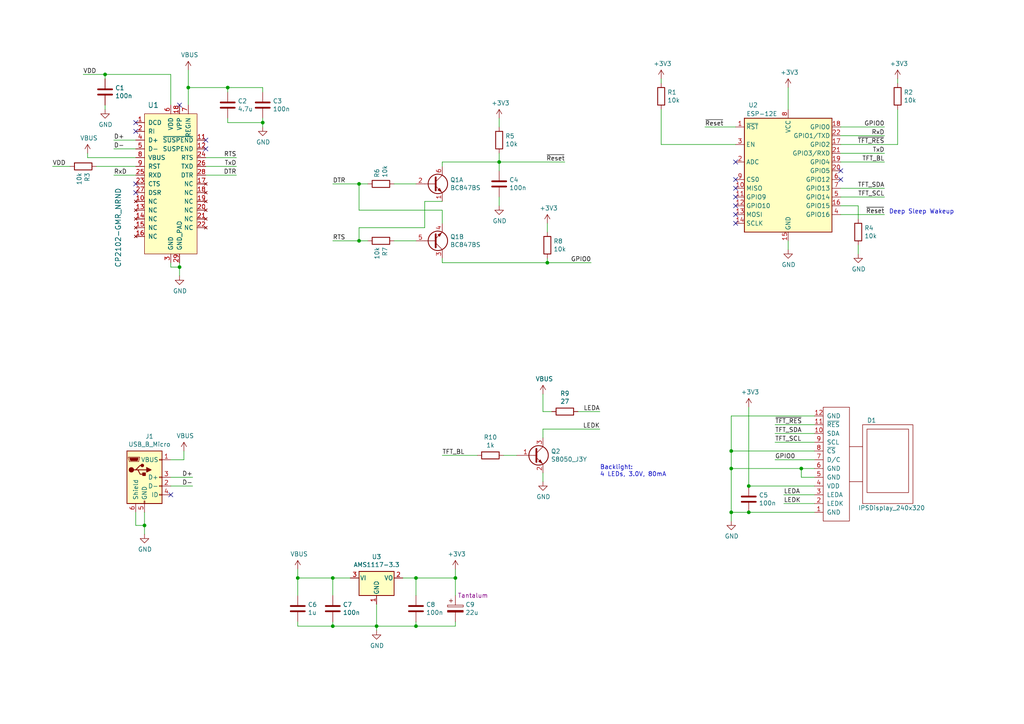
<source format=kicad_sch>
(kicad_sch (version 20211123) (generator eeschema)
  (paper "A4")
  (title_block (title "CoinThing 2\" ESP8266") (date "2021-11-23") (rev "rev.A") (company "barn53"))
  (lib_symbols
    (symbol "Device:C" (pin_numbers hide) (pin_names (offset 0.254))
      (property "Reference" "C" (at 0.635 2.54 0))
      (property "Value" "C" (at 0.635 -2.54 0))
      (symbol "C_0_1"
        (polyline (pts (xy -2.032 -0.762) (xy 2.032 -0.762)) (stroke (width 0.508)))
        (polyline (pts (xy -2.032 0.762) (xy 2.032 0.762)) (stroke (width 0.508)))
      )
      (symbol "C_1_1"
        (pin passive line (at 0 3.81 270) (length 2.794) (name "~") (number "1"))
        (pin passive line (at 0 -3.81 90) (length 2.794) (name "~") (number "2"))
      )
    )
    (symbol "Device:CP" (pin_numbers hide) (pin_names (offset 0.254))
      (property "Reference" "C" (at 0.635 2.54 0))
      (property "Value" "Device_CP" (at 0.635 -2.54 0))
      (symbol "CP_0_1"
        (rectangle (start -2.286 0.508) (end 2.286 1.016))
        (polyline (pts (xy -1.778 2.286) (xy -0.762 2.286)))
        (polyline (pts (xy -1.27 2.794) (xy -1.27 1.778)))
        (rectangle (start 2.286 -0.508) (end -2.286 -1.016) (fill (type outline)))
      )
      (symbol "CP_1_1"
        (pin passive line (at 0 3.81 270) (length 2.794) (name "~") (number "1"))
        (pin passive line (at 0 -3.81 90) (length 2.794) (name "~") (number "2"))
      )
    )
    (symbol "Device:R" (pin_numbers hide) (pin_names (offset 0))
      (property "Reference" "R" (at 2.032 0 90))
      (property "Value" "R" (at 0 0 90))
      (symbol "R_0_1"
        (rectangle (start -1.016 -2.54) (end 1.016 2.54) (stroke (width 0.254)))
      )
      (symbol "R_1_1"
        (pin passive line (at 0 3.81 270) (length 1.27) (name "~") (number "1"))
        (pin passive line (at 0 -3.81 90) (length 1.27) (name "~") (number "2"))
      )
    )
    (symbol "Regulator_Linear:AMS1117-3.3" (pin_names (offset 0.254))
      (property "Reference" "U" (at -3.81 3.175 0))
      (property "Value" "AMS1117-3.3" (at 0 3.175 0))
      (symbol "AMS1117-3.3_0_1"
        (rectangle (start -5.08 -5.08) (end 5.08 1.905) (stroke (width 0.254)) (fill (type background)))
      )
      (symbol "AMS1117-3.3_1_1"
        (pin power_in line (at 0 -7.62 90) (length 2.54) (name "GND") (number "1"))
        (pin power_out line (at 7.62 0 180) (length 2.54) (name "VO") (number "2"))
        (pin power_in line (at -7.62 0 0) (length 2.54) (name "VI") (number "3"))
      )
    )
    (symbol "Transistor_BJT:BC847BS" (pin_names (offset 0) hide)
      (property "Reference" "Q" (at 5.08 1.27 0))
      (property "Value" "BC847BS" (at 5.08 -1.27 0))
      (symbol "BC847BS_0_1"
        (polyline (pts (xy 0.635 0) (xy -2.54 0)))
        (polyline (pts (xy 0.635 0.635) (xy 2.54 2.54)))
        (polyline (pts (xy 0.635 -0.635) (xy 2.54 -2.54) (xy 2.54 -2.54)))
        (polyline (pts (xy 0.635 1.905) (xy 0.635 -1.905) (xy 0.635 -1.905)) (stroke (width 0.508)))
        (polyline (pts (xy 1.27 -1.778) (xy 1.778 -1.27) (xy 2.286 -2.286) (xy 1.27 -1.778) (xy 1.27 -1.778)) (fill (type outline)))
        (circle (center 1.27 0) (radius 2.8194) (stroke (width 0.254)))
      )
      (symbol "BC847BS_1_1"
        (pin passive line (at 2.54 -5.08 90) (length 2.54) (name "E1") (number "1"))
        (pin input line (at -5.08 0 0) (length 2.54) (name "B1") (number "2"))
        (pin passive line (at 2.54 5.08 270) (length 2.54) (name "C1") (number "6"))
      )
      (symbol "BC847BS_2_1"
        (pin passive line (at 2.54 5.08 270) (length 2.54) (name "C2") (number "3"))
        (pin passive line (at 2.54 -5.08 90) (length 2.54) (name "E2") (number "4"))
        (pin input line (at -5.08 0 0) (length 2.54) (name "B2") (number "5"))
      )
    )
    (symbol "barn53-kicad:ESP-12E"
      (property "Reference" "U" (at -12.7 19.05 0))
      (property "Value" "ESP-12E" (at 12.7 19.05 0))
      (symbol "ESP-12E_0_1"
        (rectangle (start -12.7 17.78) (end 12.7 -15.24) (stroke (width 0.254)) (fill (type background)))
      )
      (symbol "ESP-12E_1_1"
        (pin input line (at -15.24 15.24 0) (length 2.54) (name "~{RST}") (number "1"))
        (pin bidirectional line (at -15.24 -2.54 0) (length 2.54) (name "MISO") (number "10"))
        (pin bidirectional line (at -15.24 -5.08 0) (length 2.54) (name "GPIO9") (number "11"))
        (pin bidirectional line (at -15.24 -7.62 0) (length 2.54) (name "GPIO10") (number "12"))
        (pin bidirectional line (at -15.24 -10.16 0) (length 2.54) (name "MOSI") (number "13"))
        (pin bidirectional line (at -15.24 -12.7 0) (length 2.54) (name "SCLK") (number "14"))
        (pin power_in line (at 0 -17.78 90) (length 2.54) (name "GND") (number "15"))
        (pin bidirectional line (at 15.24 -7.62 180) (length 2.54) (name "GPIO15") (number "16"))
        (pin bidirectional line (at 15.24 10.16 180) (length 2.54) (name "GPIO2") (number "17"))
        (pin bidirectional line (at 15.24 15.24 180) (length 2.54) (name "GPIO0") (number "18"))
        (pin bidirectional line (at 15.24 5.08 180) (length 2.54) (name "GPIO4") (number "19"))
        (pin input line (at -15.24 5.08 0) (length 2.54) (name "ADC") (number "2"))
        (pin bidirectional line (at 15.24 2.54 180) (length 2.54) (name "GPIO5") (number "20"))
        (pin bidirectional line (at 15.24 7.62 180) (length 2.54) (name "GPIO3/RXD") (number "21"))
        (pin bidirectional line (at 15.24 12.7 180) (length 2.54) (name "GPIO1/TXD") (number "22"))
        (pin input line (at -15.24 10.16 0) (length 2.54) (name "EN") (number "3"))
        (pin bidirectional line (at 15.24 -10.16 180) (length 2.54) (name "GPIO16") (number "4"))
        (pin bidirectional line (at 15.24 -5.08 180) (length 2.54) (name "GPIO14") (number "5"))
        (pin bidirectional line (at 15.24 0 180) (length 2.54) (name "GPIO12") (number "6"))
        (pin bidirectional line (at 15.24 -2.54 180) (length 2.54) (name "GPIO13") (number "7"))
        (pin power_in line (at 0 20.32 270) (length 2.54) (name "VCC") (number "8"))
        (pin input line (at -15.24 0 0) (length 2.54) (name "CS0") (number "9"))
      )
    )
    (symbol "barn53-kicad:IPSDisplay_240x320" (pin_names (offset 1.016))
      (property "Reference" "D" (at 13.97 26.67 0))
      (property "Value" "IPSDisplay_240x320" (at 20.955 0.635 0))
      (symbol "IPSDisplay_240x320_0_1"
        (polyline (pts (xy 10.16 19.05) (xy 13.97 19.05)))
        (polyline (pts (xy 13.97 8.89) (xy 10.16 8.89)))
        (rectangle (start 2.54 30.48) (end 10.16 -2.54))
        (rectangle (start 13.97 25.4) (end 28.575 2.54))
        (rectangle (start 15.24 24.13) (end 27.305 5.715))
      )
      (symbol "IPSDisplay_240x320_1_1"
        (pin power_in line (at 0 0 0) (length 2.54) (name "GND") (number "1"))
        (pin bidirectional line (at 0 22.86 0) (length 2.54) (name "SDA") (number "10"))
        (pin input line (at 0 25.4 0) (length 2.54) (name "~{RES}") (number "11"))
        (pin power_in line (at 0 27.94 0) (length 2.54) (name "GND") (number "12"))
        (pin power_in line (at 0 2.54 0) (length 2.54) (name "LEDK") (number "2"))
        (pin power_in line (at 0 5.08 0) (length 2.54) (name "LEDA") (number "3"))
        (pin power_in line (at 0 7.62 0) (length 2.54) (name "VDD") (number "4"))
        (pin power_in line (at 0 10.16 0) (length 2.54) (name "GND") (number "5"))
        (pin power_in line (at 0 12.7 0) (length 2.54) (name "GND") (number "6"))
        (pin bidirectional line (at 0 15.24 0) (length 2.54) (name "D/C") (number "7"))
        (pin input line (at 0 17.78 0) (length 2.54) (name "~{CS}") (number "8"))
        (pin input line (at 0 20.32 0) (length 2.54) (name "SCL") (number "9"))
      )
    )
    (symbol "barn53-kicad:S8050_J3Y" (pin_names (offset 0) hide)
      (property "Reference" "Q" (at 5.08 1.905 0))
      (property "Value" "S8050_J3Y" (at 5.08 0 0))
      (symbol "S8050_J3Y_0_1"
        (polyline (pts (xy 0 0) (xy 0.635 0)))
        (polyline (pts (xy 0.635 0.635) (xy 2.54 2.54)))
        (polyline (pts (xy 0.635 -0.635) (xy 2.54 -2.54) (xy 2.54 -2.54)))
        (polyline (pts (xy 0.635 1.905) (xy 0.635 -1.905) (xy 0.635 -1.905)) (stroke (width 0.508)))
        (polyline (pts (xy 1.27 -1.778) (xy 1.778 -1.27) (xy 2.286 -2.286) (xy 1.27 -1.778) (xy 1.27 -1.778)) (fill (type outline)))
        (circle (center 1.27 0) (radius 2.8194) (stroke (width 0.254)))
      )
      (symbol "S8050_J3Y_1_1"
        (pin input line (at -5.08 0 0) (length 5.08) (name "B") (number "1"))
        (pin passive line (at 2.54 -5.08 90) (length 2.54) (name "E") (number "2"))
        (pin passive line (at 2.54 5.08 270) (length 2.54) (name "C") (number "3"))
      )
    )
    (symbol "barn53-kicad:USB_B_Micro" (pin_names (offset 1.016))
      (property "Reference" "J" (at -5.08 11.43 0))
      (property "Value" "USB_B_Micro" (at -5.08 8.89 0))
      (symbol "USB_B_Micro_0_1"
        (rectangle (start -5.08 -7.62) (end 5.08 7.62) (stroke (width 0.254)) (fill (type background)))
        (circle (center -3.81 2.159) (radius 0.635) (stroke (width 0.254)) (fill (type outline)))
        (circle (center -0.635 3.429) (radius 0.381) (stroke (width 0.254)) (fill (type outline)))
        (rectangle (start -0.127 -7.62) (end 0.127 -6.858))
        (polyline (pts (xy -1.905 2.159) (xy 0.635 2.159)) (stroke (width 0.254)))
        (polyline (pts (xy -3.175 2.159) (xy -2.54 2.159) (xy -1.27 3.429) (xy -0.635 3.429)) (stroke (width 0.254)))
        (polyline (pts (xy -2.54 2.159) (xy -1.905 2.159) (xy -1.27 0.889) (xy 0 0.889)) (stroke (width 0.254)))
        (polyline (pts (xy 0.635 2.794) (xy 0.635 1.524) (xy 1.905 2.159) (xy 0.635 2.794)) (stroke (width 0.254)) (fill (type outline)))
        (polyline (pts (xy -4.318 5.588) (xy -1.778 5.588) (xy -2.032 4.826) (xy -4.064 4.826) (xy -4.318 5.588)) (fill (type outline)))
        (polyline (pts (xy -4.699 5.842) (xy -4.699 5.588) (xy -4.445 4.826) (xy -4.445 4.572) (xy -1.651 4.572) (xy -1.651 4.826) (xy -1.397 5.588) (xy -1.397 5.842) (xy -4.699 5.842)))
        (rectangle (start 0.254 1.27) (end -0.508 0.508) (stroke (width 0.254)) (fill (type outline)))
        (rectangle (start 5.08 -5.207) (end 4.318 -4.953))
        (rectangle (start 5.08 -2.667) (end 4.318 -2.413))
        (rectangle (start 5.08 -0.127) (end 4.318 0.127))
        (rectangle (start 5.08 4.953) (end 4.318 5.207))
      )
      (symbol "USB_B_Micro_1_1"
        (pin power_out line (at 7.62 5.08 180) (length 2.54) (name "VBUS") (number "1"))
        (pin passive line (at 7.62 -2.54 180) (length 2.54) (name "D-") (number "2"))
        (pin passive line (at 7.62 0 180) (length 2.54) (name "D+") (number "3"))
        (pin passive line (at 7.62 -5.08 180) (length 2.54) (name "ID") (number "4"))
        (pin power_out line (at 0 -10.16 90) (length 2.54) (name "GND") (number "5"))
        (pin passive line (at -2.54 -10.16 90) (length 2.54) (name "Shield") (number "6"))
      )
    )
    (symbol "dk_Interface-Controllers:CP2102-GMR_NRND" (pin_names (offset 1.016))
      (property "Reference" "U" (at -2.54 19.05 0))
      (property "Value" "dk_Interface-Controllers_CP2102-GMR_NRND" (at 2.54 -5.08 90))
      (symbol "CP2102-GMR_NRND_0_1"
        (rectangle (start -5.08 17.78) (end 10.16 -22.86) (fill (type background)))
      )
      (symbol "CP2102-GMR_NRND_1_1"
        (pin input line (at -7.62 15.24 0) (length 2.54) (name "DCD") (number "1"))
        (pin no_connect line (at -7.62 -7.62 0) (length 2.54) (name "NC") (number "10"))
        (pin output line (at 12.7 10.16 180) (length 2.54) (name "~{SUSPEND}") (number "11"))
        (pin output line (at 12.7 7.62 180) (length 2.54) (name "SUSPEND") (number "12"))
        (pin no_connect line (at -7.62 -10.16 0) (length 2.54) (name "NC") (number "13"))
        (pin no_connect line (at -7.62 -12.7 0) (length 2.54) (name "NC") (number "14"))
        (pin no_connect line (at -7.62 -15.24 0) (length 2.54) (name "NC") (number "15"))
        (pin no_connect line (at -7.62 -17.78 0) (length 2.54) (name "NC") (number "16"))
        (pin no_connect line (at 12.7 -2.54 180) (length 2.54) (name "NC") (number "17"))
        (pin no_connect line (at 12.7 -5.08 180) (length 2.54) (name "NC") (number "18"))
        (pin power_in line (at 5.08 20.32 270) (length 2.54) (name "VPP") (number "18"))
        (pin no_connect line (at 12.7 -7.62 180) (length 2.54) (name "NC") (number "19"))
        (pin input line (at -7.62 12.7 0) (length 2.54) (name "RI") (number "2"))
        (pin no_connect line (at 12.7 -10.16 180) (length 2.54) (name "NC") (number "20"))
        (pin no_connect line (at 12.7 -12.7 180) (length 2.54) (name "NC") (number "21"))
        (pin no_connect line (at 12.7 -15.24 180) (length 2.54) (name "NC") (number "22"))
        (pin input line (at -7.62 -2.54 0) (length 2.54) (name "CTS") (number "23"))
        (pin output line (at 12.7 5.08 180) (length 2.54) (name "RTS") (number "24"))
        (pin input line (at -7.62 0 0) (length 2.54) (name "RXD") (number "25"))
        (pin output line (at 12.7 2.54 180) (length 2.54) (name "TXD") (number "26"))
        (pin input line (at -7.62 -5.08 0) (length 2.54) (name "DSR") (number "27"))
        (pin output line (at 12.7 0 180) (length 2.54) (name "DTR") (number "28"))
        (pin power_in line (at 5.08 -25.4 90) (length 2.54) (name "GND_PAD") (number "29"))
        (pin power_in line (at 2.54 -25.4 90) (length 2.54) (name "GND") (number "3"))
        (pin bidirectional line (at -7.62 10.16 0) (length 2.54) (name "D+") (number "4"))
        (pin bidirectional line (at -7.62 7.62 0) (length 2.54) (name "D-") (number "5"))
        (pin passive line (at 2.54 20.32 270) (length 2.54) (name "VDD") (number "6"))
        (pin power_in line (at 7.62 20.32 270) (length 2.54) (name "REGIN") (number "7"))
        (pin input line (at -7.62 5.08 0) (length 2.54) (name "VBUS") (number "8"))
        (pin bidirectional line (at -7.62 2.54 0) (length 2.54) (name "RST") (number "9"))
      )
    )
    (symbol "power:+3V3" (power) (pin_names (offset 0))
      (property "Value" "+3V3" (at 0 3.556 0))
      (symbol "+3V3_0_1"
        (polyline (pts (xy -0.762 1.27) (xy 0 2.54)))
        (polyline (pts (xy 0 0) (xy 0 2.54)))
        (polyline (pts (xy 0 2.54) (xy 0.762 1.27)))
      )
      (symbol "+3V3_1_1"
        (pin power_in line (at 0 0 90) (length 0) hide (name "+3V3") (number "1"))
      )
    )
    (symbol "power:GND" (power) (pin_names (offset 0))
      (property "Value" "GND" (at 0 -3.81 0))
      (symbol "GND_0_1"
        (polyline (pts (xy 0 0) (xy 0 -1.27) (xy 1.27 -1.27) (xy 0 -2.54) (xy -1.27 -1.27) (xy 0 -1.27)))
      )
      (symbol "GND_1_1"
        (pin power_in line (at 0 0 270) (length 0) hide (name "GND") (number "1"))
      )
    )
    (symbol "power:VBUS" (power) (pin_names (offset 0))
      (property "Value" "VBUS" (at 0 3.81 0))
      (symbol "VBUS_0_1"
        (polyline (pts (xy -0.762 1.27) (xy 0 2.54)))
        (polyline (pts (xy 0 0) (xy 0 2.54)))
        (polyline (pts (xy 0 2.54) (xy 0.762 1.27)))
      )
      (symbol "VBUS_1_1"
        (pin power_in line (at 0 0 90) (length 0) hide (name "VBUS") (number "1"))
      )
    )
  )
  (junction (at 212.09 148.59))
  (junction (at 120.65 181.61))
  (junction (at 132.08 167.64))
  (junction (at 104.14 53.34))
  (junction (at 144.78 46.99))
  (junction (at 212.09 135.89))
  (junction (at 76.2 35.56))
  (junction (at 158.75 76.2))
  (junction (at 96.52 181.61))
  (junction (at 217.17 140.97))
  (junction (at 109.22 181.61))
  (junction (at 212.09 130.81))
  (junction (at 41.91 152.4))
  (junction (at 96.52 167.64))
  (junction (at 232.41 135.89))
  (junction (at 120.65 167.64))
  (junction (at 217.17 148.59))
  (junction (at 86.36 167.64))
  (junction (at 66.04 25.4))
  (junction (at 52.07 77.47))
  (junction (at 30.48 21.59))
  (junction (at 54.61 25.4))
  (junction (at 104.14 69.85))
  (no_connect (at 213.36 57.15))
  (no_connect (at 59.69 43.18))
  (no_connect (at 213.36 46.99))
  (no_connect (at 49.53 143.51))
  (no_connect (at 243.84 49.53))
  (no_connect (at 52.07 30.48))
  (no_connect (at 39.37 53.34))
  (no_connect (at 213.36 62.23))
  (no_connect (at 59.69 40.64))
  (no_connect (at 39.37 55.88))
  (no_connect (at 39.37 35.56))
  (no_connect (at 213.36 52.07))
  (no_connect (at 213.36 54.61))
  (no_connect (at 213.36 64.77))
  (no_connect (at 39.37 38.1))
  (no_connect (at 213.36 59.69))
  (no_connect (at 243.84 52.07))
  (wire (pts (xy 144.78 34.29) (xy 144.78 36.83)))
  (wire (pts (xy 217.17 118.11) (xy 217.17 140.97)))
  (wire (pts (xy 243.84 57.15) (xy 256.54 57.15)))
  (wire (pts (xy 30.48 21.59) (xy 49.53 21.59)))
  (wire (pts (xy 96.52 167.64) (xy 101.6 167.64)))
  (wire (pts (xy 96.52 172.72) (xy 96.52 167.64)))
  (wire (pts (xy 104.14 53.34) (xy 104.14 60.96)))
  (wire (pts (xy 236.22 138.43) (xy 232.41 138.43)))
  (wire (pts (xy 66.04 34.29) (xy 66.04 35.56)))
  (wire (pts (xy 248.92 63.5) (xy 248.92 59.69)))
  (wire (pts (xy 212.09 120.65) (xy 212.09 130.81)))
  (wire (pts (xy 128.27 76.2) (xy 158.75 76.2)))
  (wire (pts (xy 53.34 133.35) (xy 53.34 130.81)))
  (wire (pts (xy 228.6 25.4) (xy 228.6 31.75)))
  (wire (pts (xy 217.17 148.59) (xy 236.22 148.59)))
  (wire (pts (xy 157.48 124.46) (xy 157.48 127)))
  (wire (pts (xy 217.17 140.97) (xy 236.22 140.97)))
  (wire (pts (xy 212.09 130.81) (xy 236.22 130.81)))
  (wire (pts (xy 224.79 125.73) (xy 236.22 125.73)))
  (wire (pts (xy 86.36 167.64) (xy 96.52 167.64)))
  (wire (pts (xy 41.91 152.4) (xy 41.91 154.94)))
  (wire (pts (xy 96.52 180.34) (xy 96.52 181.61)))
  (wire (pts (xy 212.09 148.59) (xy 217.17 148.59)))
  (wire (pts (xy 120.65 167.64) (xy 132.08 167.64)))
  (wire (pts (xy 66.04 26.67) (xy 66.04 25.4)))
  (wire (pts (xy 86.36 180.34) (xy 86.36 181.61)))
  (wire (pts (xy 86.36 167.64) (xy 86.36 165.1)))
  (wire (pts (xy 59.69 50.8) (xy 68.58 50.8)))
  (wire (pts (xy 49.53 77.47) (xy 52.07 77.47)))
  (wire (pts (xy 191.77 22.86) (xy 191.77 24.13)))
  (wire (pts (xy 66.04 25.4) (xy 54.61 25.4)))
  (wire (pts (xy 128.27 46.99) (xy 144.78 46.99)))
  (wire (pts (xy 49.53 133.35) (xy 53.34 133.35)))
  (wire (pts (xy 25.4 45.72) (xy 39.37 45.72)))
  (wire (pts (xy 49.53 76.2) (xy 49.53 77.47)))
  (wire (pts (xy 109.22 175.26) (xy 109.22 181.61)))
  (wire (pts (xy 243.84 39.37) (xy 256.54 39.37)))
  (wire (pts (xy 86.36 172.72) (xy 86.36 167.64)))
  (wire (pts (xy 256.54 46.99) (xy 243.84 46.99)))
  (wire (pts (xy 76.2 26.67) (xy 76.2 25.4)))
  (wire (pts (xy 104.14 60.96) (xy 128.27 60.96)))
  (wire (pts (xy 224.79 128.27) (xy 236.22 128.27)))
  (wire (pts (xy 104.14 53.34) (xy 106.68 53.34)))
  (wire (pts (xy 167.64 119.38) (xy 173.99 119.38)))
  (wire (pts (xy 120.65 181.61) (xy 132.08 181.61)))
  (wire (pts (xy 132.08 167.64) (xy 132.08 172.72)))
  (wire (pts (xy 96.52 181.61) (xy 109.22 181.61)))
  (wire (pts (xy 49.53 140.97) (xy 55.88 140.97)))
  (wire (pts (xy 86.36 181.61) (xy 96.52 181.61)))
  (wire (pts (xy 114.3 69.85) (xy 120.65 69.85)))
  (wire (pts (xy 158.75 74.93) (xy 158.75 76.2)))
  (wire (pts (xy 228.6 69.85) (xy 228.6 72.39)))
  (wire (pts (xy 227.33 146.05) (xy 236.22 146.05)))
  (wire (pts (xy 236.22 143.51) (xy 227.33 143.51)))
  (wire (pts (xy 144.78 46.99) (xy 144.78 49.53)))
  (wire (pts (xy 232.41 138.43) (xy 232.41 135.89)))
  (wire (pts (xy 243.84 44.45) (xy 256.54 44.45)))
  (wire (pts (xy 30.48 22.86) (xy 30.48 21.59)))
  (wire (pts (xy 76.2 25.4) (xy 66.04 25.4)))
  (wire (pts (xy 243.84 62.23) (xy 256.54 62.23)))
  (wire (pts (xy 24.13 21.59) (xy 30.48 21.59)))
  (wire (pts (xy 144.78 57.15) (xy 144.78 59.69)))
  (wire (pts (xy 116.84 167.64) (xy 120.65 167.64)))
  (wire (pts (xy 54.61 20.32) (xy 54.61 25.4)))
  (wire (pts (xy 30.48 31.75) (xy 30.48 30.48)))
  (wire (pts (xy 248.92 73.66) (xy 248.92 71.12)))
  (wire (pts (xy 212.09 148.59) (xy 212.09 151.13)))
  (wire (pts (xy 128.27 48.26) (xy 128.27 46.99)))
  (wire (pts (xy 27.94 48.26) (xy 39.37 48.26)))
  (wire (pts (xy 120.65 172.72) (xy 120.65 167.64)))
  (wire (pts (xy 104.14 66.04) (xy 123.19 66.04)))
  (wire (pts (xy 213.36 36.83) (xy 204.47 36.83)))
  (wire (pts (xy 33.02 40.64) (xy 39.37 40.64)))
  (wire (pts (xy 212.09 130.81) (xy 212.09 135.89)))
  (wire (pts (xy 138.43 132.08) (xy 128.27 132.08)))
  (wire (pts (xy 224.79 133.35) (xy 236.22 133.35)))
  (wire (pts (xy 128.27 60.96) (xy 128.27 64.77)))
  (wire (pts (xy 49.53 138.43) (xy 55.88 138.43)))
  (wire (pts (xy 25.4 44.45) (xy 25.4 45.72)))
  (wire (pts (xy 157.48 124.46) (xy 173.99 124.46)))
  (wire (pts (xy 213.36 41.91) (xy 191.77 41.91)))
  (wire (pts (xy 104.14 69.85) (xy 104.14 66.04)))
  (wire (pts (xy 132.08 180.34) (xy 132.08 181.61)))
  (wire (pts (xy 132.08 165.1) (xy 132.08 167.64)))
  (wire (pts (xy 39.37 148.59) (xy 39.37 152.4)))
  (wire (pts (xy 39.37 152.4) (xy 41.91 152.4)))
  (wire (pts (xy 33.02 50.8) (xy 39.37 50.8)))
  (wire (pts (xy 96.52 53.34) (xy 104.14 53.34)))
  (wire (pts (xy 123.19 66.04) (xy 123.19 58.42)))
  (wire (pts (xy 243.84 41.91) (xy 260.35 41.91)))
  (wire (pts (xy 59.69 45.72) (xy 68.58 45.72)))
  (wire (pts (xy 33.02 43.18) (xy 39.37 43.18)))
  (wire (pts (xy 76.2 35.56) (xy 76.2 34.29)))
  (wire (pts (xy 109.22 181.61) (xy 120.65 181.61)))
  (wire (pts (xy 104.14 69.85) (xy 106.68 69.85)))
  (wire (pts (xy 128.27 74.93) (xy 128.27 76.2)))
  (wire (pts (xy 243.84 54.61) (xy 256.54 54.61)))
  (wire (pts (xy 66.04 35.56) (xy 76.2 35.56)))
  (wire (pts (xy 120.65 180.34) (xy 120.65 181.61)))
  (wire (pts (xy 52.07 77.47) (xy 52.07 80.01)))
  (wire (pts (xy 144.78 44.45) (xy 144.78 46.99)))
  (wire (pts (xy 114.3 53.34) (xy 120.65 53.34)))
  (wire (pts (xy 41.91 148.59) (xy 41.91 152.4)))
  (wire (pts (xy 236.22 135.89) (xy 232.41 135.89)))
  (wire (pts (xy 157.48 119.38) (xy 160.02 119.38)))
  (wire (pts (xy 248.92 59.69) (xy 243.84 59.69)))
  (wire (pts (xy 236.22 120.65) (xy 212.09 120.65)))
  (wire (pts (xy 109.22 182.88) (xy 109.22 181.61)))
  (wire (pts (xy 191.77 41.91) (xy 191.77 31.75)))
  (wire (pts (xy 260.35 41.91) (xy 260.35 31.75)))
  (wire (pts (xy 158.75 76.2) (xy 171.45 76.2)))
  (wire (pts (xy 68.58 48.26) (xy 59.69 48.26)))
  (wire (pts (xy 96.52 69.85) (xy 104.14 69.85)))
  (wire (pts (xy 146.05 132.08) (xy 149.86 132.08)))
  (wire (pts (xy 144.78 46.99) (xy 163.83 46.99)))
  (wire (pts (xy 232.41 135.89) (xy 212.09 135.89)))
  (wire (pts (xy 54.61 25.4) (xy 54.61 30.48)))
  (wire (pts (xy 49.53 21.59) (xy 49.53 30.48)))
  (wire (pts (xy 123.19 58.42) (xy 128.27 58.42)))
  (wire (pts (xy 157.48 137.16) (xy 157.48 139.7)))
  (wire (pts (xy 157.48 114.3) (xy 157.48 119.38)))
  (wire (pts (xy 76.2 36.83) (xy 76.2 35.56)))
  (wire (pts (xy 212.09 135.89) (xy 212.09 148.59)))
  (wire (pts (xy 158.75 64.77) (xy 158.75 67.31)))
  (wire (pts (xy 260.35 22.86) (xy 260.35 24.13)))
  (wire (pts (xy 52.07 77.47) (xy 52.07 76.2)))
  (wire (pts (xy 243.84 36.83) (xy 256.54 36.83)))
  (wire (pts (xy 15.24 48.26) (xy 20.32 48.26)))
  (wire (pts (xy 224.79 123.19) (xy 236.22 123.19)))
  (text "Deep Sleep Wakeup" (at 257.81 62.23 0) (effects (font (size 1.27 1.27)) (justify left bottom)))
  (text "Backlight:\n4 LEDs, 3.0V, 80mA" (at 173.99 138.43 0) (effects (font (size 1.27 1.27)) (justify left bottom)))
  (label "~{TFT_RES}" (at 256.54 41.91 180))
  (label "TFT_SDA" (at 256.54 54.61 180))
  (label "VDD" (at 24.13 21.59 0))
  (label "TFT_SDA" (at 224.79 125.73 0))
  (label "TxD" (at 68.58 48.26 180))
  (label "LEDA" (at 173.99 119.38 180))
  (label "RxD" (at 256.54 39.37 180))
  (label "LEDA" (at 227.33 143.51 0))
  (label "~{Reset}" (at 163.83 46.99 180))
  (label "~{TFT_RES}" (at 224.79 123.19 0))
  (label "VDD" (at 15.24 48.26 0))
  (label "D+" (at 33.02 40.64 0))
  (label "D-" (at 33.02 43.18 0))
  (label "GPIO0" (at 171.45 76.2 180))
  (label "D+" (at 55.88 138.43 180))
  (label "LEDK" (at 227.33 146.05 0))
  (label "~{Reset}" (at 204.47 36.83 0))
  (label "RxD" (at 33.02 50.8 0))
  (label "RTS" (at 68.58 45.72 180))
  (label "TFT_SCL" (at 224.79 128.27 0))
  (label "RTS" (at 96.52 69.85 0))
  (label "DTR" (at 68.58 50.8 180))
  (label "LEDK" (at 173.99 124.46 180))
  (label "TFT_BL" (at 256.54 46.99 180))
  (label "DTR" (at 96.52 53.34 0))
  (label "TFT_SCL" (at 256.54 57.15 180))
  (label "GPIO0" (at 256.54 36.83 180))
  (label "GPIO0" (at 224.79 133.35 0))
  (label "D-" (at 55.88 140.97 180))
  (label "~{Reset}" (at 256.54 62.23 180))
  (label "TFT_BL" (at 128.27 132.08 0))
  (label "TxD" (at 256.54 44.45 180))
  (symbol (lib_id "barn53-kicad:USB_B_Micro") (at 41.91 138.43 0) (unit 1)
    (property "Reference" "J1" (at 43.3578 126.5682 0))
    (property "Value" "USB_B_Micro" (at 43.3578 128.8796 0))
    (property "Footprint" "barn53-kicad:MicroUSB_through_hole_fixing" (effects hide))
    (property "Datasheet" "https://datasheet.lcsc.com/szlcsc/1811131820_Jing-Extension-of-the-Electronic-Co-C10418_C10418.pdf" (effects hide))
    (property "LCSC3" "C10418" (effects hide))
    (property "LCSC" "C404969" (effects hide))
  )
  (symbol (lib_id "power:GND") (at 228.6 72.39 0) (unit 1)
    (property "Reference" "#PWR08" (effects hide))
    (property "Value" "GND" (at 228.727 76.7842 0))
  )
  (symbol (lib_id "power:+3V3") (at 228.6 25.4 0) (unit 1)
    (property "Reference" "#PWR05" (effects hide))
    (property "Value" "+3V3" (at 228.981 21.0058 0))
  )
  (symbol (lib_id "power:GND") (at 248.92 73.66 0) (unit 1)
    (property "Reference" "#PWR010" (effects hide))
    (property "Value" "GND" (at 249.047 78.0542 0))
  )
  (symbol (lib_id "power:+3V3") (at 144.78 34.29 0) (unit 1)
    (property "Reference" "#PWR011" (effects hide))
    (property "Value" "+3V3" (at 145.161 29.8958 0))
  )
  (symbol (lib_id "power:GND") (at 157.48 139.7 0) (unit 1)
    (property "Reference" "#PWR017" (effects hide))
    (property "Value" "GND" (at 157.607 144.0942 0))
  )
  (symbol (lib_id "Device:R") (at 142.24 132.08 270) (unit 1)
    (property "Reference" "R10" (at 142.24 126.8222 90))
    (property "Value" "1k" (at 142.24 129.1336 90))
    (property "Footprint" "Resistor_SMD:R_0603_1608Metric" (effects hide))
    (property "LCSC" "C21190" (effects hide))
    (property "Comment" "±1% ±100ppm/℃ 1kΩ 0.1W 0603 Chip Resistor - Surface Mount ROHS" (effects hide))
  )
  (symbol (lib_id "barn53-kicad:ESP-12E") (at 228.6 52.07 0) (unit 1)
    (property "Reference" "U2" (at 218.44 30.48 0))
    (property "Value" "ESP-12E" (at 220.98 33.02 0))
    (property "Footprint" "barn53-kicad:ESP-12E" (effects hide))
    (property "Datasheet" "http://wiki.ai-thinker.com/_media/esp8266/esp8266_series_modules_user_manual_v1.1.pdf" (effects hide))
    (property "LCSC" "C82891" (effects hide))
  )
  (symbol (lib_id "power:GND") (at 109.22 182.88 0) (unit 1)
    (property "Reference" "#PWR022" (effects hide))
    (property "Value" "GND" (at 109.347 187.2742 0))
  )
  (symbol (lib_id "Device:C") (at 86.36 176.53 0) (unit 1)
    (property "Reference" "C6" (at 89.281 175.3616 0) (effects (justify left)))
    (property "Value" "1u" (at 89.281 177.673 0) (effects (justify left)))
    (property "Footprint" "Capacitor_SMD:C_0603_1608Metric" (effects hide))
    (property "LCSC" "C15849" (effects hide))
    (property "Description" "X5R ±10% 50V 1uF 0603 Multilayer Ceramic Capacitors MLCC - SMD/SMT ROHSCopy" (effects hide))
  )
  (symbol (lib_id "power:GND") (at 41.91 154.94 0) (unit 1)
    (property "Reference" "#PWR019" (effects hide))
    (property "Value" "GND" (at 42.037 159.3342 0))
  )
  (symbol (lib_id "power:VBUS") (at 53.34 130.81 0) (unit 1)
    (property "Reference" "#PWR018" (effects hide))
    (property "Value" "VBUS" (at 53.721 126.4158 0))
  )
  (symbol (lib_id "power:VBUS") (at 86.36 165.1 0) (unit 1)
    (property "Reference" "#PWR020" (effects hide))
    (property "Value" "VBUS" (at 86.741 160.7058 0))
  )
  (symbol (lib_id "power:+3V3") (at 191.77 22.86 0) (unit 1)
    (property "Reference" "#PWR02" (effects hide))
    (property "Value" "+3V3" (at 192.151 18.4658 0))
  )
  (symbol (lib_id "power:GND") (at 144.78 59.69 0) (unit 1)
    (property "Reference" "#PWR012" (effects hide))
    (property "Value" "GND" (at 144.907 64.0842 0))
  )
  (symbol (lib_id "power:+3V3") (at 158.75 64.77 0) (unit 1)
    (property "Reference" "#PWR013" (effects hide))
    (property "Value" "+3V3" (at 159.131 60.3758 0))
  )
  (symbol (lib_id "power:GND") (at 212.09 151.13 0) (unit 1)
    (property "Reference" "#PWR016" (effects hide))
    (property "Value" "GND" (at 212.217 155.5242 0))
  )
  (symbol (lib_id "power:+3V3") (at 217.17 118.11 0) (unit 1)
    (property "Reference" "#PWR014" (effects hide))
    (property "Value" "+3V3" (at 217.551 113.7158 0))
  )
  (symbol (lib_id "Device:R") (at 163.83 119.38 270) (unit 1)
    (property "Reference" "R9" (at 163.83 114.1222 90))
    (property "Value" "27" (at 163.83 116.4336 90))
    (property "Footprint" "Resistor_SMD:R_0603_1608Metric" (effects hide))
    (property "LCSC" "C25190" (effects hide))
    (property "Comment" "±1% ±200ppm/℃ 27Ω 0.1W 0603 Chip Resistor - Surface Mount ROHSCopy" (effects hide))
  )
  (symbol (lib_id "barn53-kicad:S8050_J3Y") (at 154.94 132.08 0) (unit 1)
    (property "Reference" "Q2" (at 159.7914 130.9116 0) (effects (justify left)))
    (property "Value" "S8050_J3Y" (at 159.7914 133.223 0) (effects (justify left)))
    (property "Footprint" "Package_TO_SOT_SMD:SOT-23" (effects hide))
    (property "Datasheet" "https://datasheet.lcsc.com/szlcsc/1910111742_MDD-Microdiode-Electronics-S8050-J3Y_C364312.pdf" (effects hide))
    (property "LCSC" "C2146" (effects hide))
  )
  (symbol (lib_id "power:+3V3") (at 132.08 165.1 0) (unit 1)
    (property "Reference" "#PWR021" (effects hide))
    (property "Value" "+3V3" (at 132.461 160.7058 0))
  )
  (symbol (lib_id "power:+3V3") (at 260.35 22.86 0) (unit 1)
    (property "Reference" "#PWR03" (effects hide))
    (property "Value" "+3V3" (at 260.731 18.4658 0))
  )
  (symbol (lib_id "power:VBUS") (at 25.4 44.45 0) (unit 1)
    (property "Reference" "#PWR07" (effects hide))
    (property "Value" "VBUS" (at 25.781 40.0558 0))
  )
  (symbol (lib_id "power:GND") (at 52.07 80.01 0) (unit 1)
    (property "Reference" "#PWR09" (effects hide))
    (property "Value" "GND" (at 52.197 84.4042 0))
  )
  (symbol (lib_id "dk_Interface-Controllers:CP2102-GMR_NRND") (at 46.99 50.8 0) (unit 1)
    (property "Reference" "U1" (at 44.45 30.48 0) (effects (font (size 1.524 1.524))))
    (property "Value" "CP2102-GMR_NRND" (at 34.29 66.04 90) (effects (font (size 1.524 1.524))))
    (property "Footprint" "Package_DFN_QFN:QFN-28-1EP_5x5mm_P0.5mm_EP3.35x3.35mm" (effects hide))
    (property "Datasheet" "https://www.silabs.com/documents/public/data-sheets/CP2102-9.pdf" (effects hide))
    (property "Digi-Key_PN" "336-1160-1-ND" (effects hide))
    (property "MPN" "CP2102-GMR" (effects hide))
    (property "Category" "Integrated Circuits (ICs)" (effects hide))
    (property "Family" "Interface - Controllers" (effects hide))
    (property "DK_Datasheet_Link" "https://www.silabs.com/documents/public/data-sheets/CP2102-9.pdf" (effects hide))
    (property "DK_Detail_Page" "/product-detail/en/silicon-labs/CP2102-GMR/336-1160-1-ND/3672615" (effects hide))
    (property "Description" "IC USB-TO-UART BRIDGE 28VQFN" (effects hide))
    (property "Manufacturer" "Silicon Labs" (effects hide))
    (property "Status" "Not For New Designs" (effects hide))
    (property "LCSC" "C6568" (effects hide))
  )
  (symbol (lib_id "power:VBUS") (at 54.61 20.32 0) (unit 1)
    (property "Reference" "#PWR01" (effects hide))
    (property "Value" "VBUS" (at 54.991 15.9258 0))
  )
  (symbol (lib_id "power:GND") (at 76.2 36.83 0) (unit 1)
    (property "Reference" "#PWR06" (effects hide))
    (property "Value" "GND" (at 76.327 41.2242 0))
  )
  (symbol (lib_id "power:GND") (at 30.48 31.75 0) (unit 1)
    (property "Reference" "#PWR04" (effects hide))
    (property "Value" "GND" (at 30.607 36.1442 0))
  )
  (symbol (lib_id "barn53-kicad:IPSDisplay_240x320") (at 236.22 148.59 0) (unit 1)
    (property "Reference" "D1" (at 251.46 121.92 0) (effects (justify left)))
    (property "Value" "IPSDisplay_240x320" (at 248.92 147.32 0) (effects (justify left)))
    (property "Footprint" "barn53-kicad:IPS_Display_240x320_FPC_105deg" (effects hide))
    (property "Datasheet" "http://www.lcdwiki.com/res/MSP1308/TFT1301-SPEC.pdf" (effects hide))
  )
  (symbol (lib_id "Regulator_Linear:AMS1117-3.3") (at 109.22 167.64 0) (unit 1)
    (property "Reference" "U3" (at 109.22 161.4932 0))
    (property "Value" "AMS1117-3.3" (at 109.22 163.8046 0))
    (property "Footprint" "Package_TO_SOT_SMD:SOT-223-3_TabPin2" (effects hide))
    (property "Datasheet" "http://www.advanced-monolithic.com/pdf/ds1117.pdf" (effects hide))
    (property "LCSC" "C6186" (effects hide))
  )
  (symbol (lib_id "Transistor_BJT:BC847BS") (at 125.73 53.34 0) (unit 1)
    (property "Reference" "Q1" (at 130.556 52.1716 0) (effects (justify left)))
    (property "Value" "BC847BS" (at 130.556 54.483 0) (effects (justify left)))
    (property "Footprint" "Package_TO_SOT_SMD:SOT-363_SC-70-6" (effects hide))
    (property "Datasheet" "https://assets.nexperia.com/documents/data-sheet/BC847BS.pdf" (effects hide))
    (property "LCSC" "C8653" (effects hide))
  )
  (symbol (lib_id "Transistor_BJT:BC847BS") (at 125.73 69.85 0) (mirror x) (unit 2)
    (property "Reference" "Q1" (at 130.556 68.6816 0) (effects (justify left)))
    (property "Value" "BC847BS" (at 130.556 70.993 0) (effects (justify left)))
    (property "Footprint" "Package_TO_SOT_SMD:SOT-363_SC-70-6" (effects hide))
    (property "Datasheet" "https://assets.nexperia.com/documents/data-sheet/BC847BS.pdf" (effects hide))
    (property "LCSC" "C8653" (effects hide))
  )
  (symbol (lib_id "Device:C") (at 96.52 176.53 0) (unit 1)
    (property "Reference" "C7" (at 99.441 175.3616 0) (effects (justify left)))
    (property "Value" "100n" (at 99.441 177.673 0) (effects (justify left)))
    (property "Footprint" "Capacitor_SMD:C_0603_1608Metric" (effects hide))
    (property "Datasheet" "https://datasheet.lcsc.com/lcsc/1809301912_YAGEO-CC0603KRX7R9BB104_C14663.pdf" (effects hide))
    (property "LCSC" "C14663" (effects hide))
    (property "Comment" "X7R 100nF ±10% 50V 0603 Multilayer Ceramic Capacitors MLCC - SMD/SMT ROHSCopy" (effects hide))
  )
  (symbol (lib_id "Device:C") (at 120.65 176.53 0) (unit 1)
    (property "Reference" "C8" (at 123.571 175.3616 0) (effects (justify left)))
    (property "Value" "100n" (at 123.571 177.673 0) (effects (justify left)))
    (property "Footprint" "Capacitor_SMD:C_0603_1608Metric" (effects hide))
    (property "Datasheet" "https://datasheet.lcsc.com/lcsc/1809301912_YAGEO-CC0603KRX7R9BB104_C14663.pdf" (effects hide))
    (property "LCSC" "C14663" (effects hide))
    (property "Comment" "X7R 100nF ±10% 50V 0603 Multilayer Ceramic Capacitors MLCC - SMD/SMT ROHSCopy" (effects hide))
  )
  (symbol (lib_id "Device:CP") (at 132.08 176.53 0) (unit 1)
    (property "Reference" "C9" (at 135.001 175.3616 0) (effects (justify left)))
    (property "Value" "22u" (at 135.001 177.673 0) (effects (justify left)))
    (property "Footprint" "Capacitor_Tantalum_SMD:CP_EIA-3216-18_Kemet-A" (effects hide))
    (property "LCSC" "C129272" (effects hide))
    (property "Comment" "Tantalum" (at 137.16 172.72 0))
  )
  (symbol (lib_id "Device:R") (at 144.78 40.64 180) (unit 1)
    (property "Reference" "R5" (at 146.558 39.4716 0) (effects (justify right)))
    (property "Value" "10k" (at 146.558 41.783 0) (effects (justify right)))
    (property "Footprint" "Resistor_SMD:R_0603_1608Metric" (effects hide))
    (property "Datasheet" "https://datasheet.lcsc.com/lcsc/1811062009_UNI-ROYAL-Uniroyal-Elec-0603WAF1002T5E_C25804.pdf" (effects hide))
    (property "LCSC" "C25804" (effects hide))
    (property "Description" "±1% ±100ppm/℃ 10kΩ 0.1W 0603 Chip Resistor - Surface Mount ROHS" (effects hide))
  )
  (symbol (lib_id "Device:R") (at 24.13 48.26 90) (unit 1)
    (property "Reference" "R3" (at 25.2984 50.038 0) (effects (justify right)))
    (property "Value" "10k" (at 22.987 50.038 0) (effects (justify right)))
    (property "Footprint" "Resistor_SMD:R_0603_1608Metric" (effects hide))
    (property "Datasheet" "https://datasheet.lcsc.com/lcsc/1811062009_UNI-ROYAL-Uniroyal-Elec-0603WAF1002T5E_C25804.pdf" (effects hide))
    (property "LCSC" "C25804" (effects hide))
    (property "Description" "±1% ±100ppm/℃ 10kΩ 0.1W 0603 Chip Resistor - Surface Mount ROHS" (effects hide))
  )
  (symbol (lib_id "Device:R") (at 158.75 71.12 180) (unit 1)
    (property "Reference" "R8" (at 160.528 69.9516 0) (effects (justify right)))
    (property "Value" "10k" (at 160.528 72.263 0) (effects (justify right)))
    (property "Footprint" "Resistor_SMD:R_0603_1608Metric" (effects hide))
    (property "Datasheet" "https://datasheet.lcsc.com/lcsc/1811062009_UNI-ROYAL-Uniroyal-Elec-0603WAF1002T5E_C25804.pdf" (effects hide))
    (property "LCSC" "C25804" (effects hide))
    (property "Description" "±1% ±100ppm/℃ 10kΩ 0.1W 0603 Chip Resistor - Surface Mount ROHS" (effects hide))
  )
  (symbol (lib_id "Device:R") (at 110.49 53.34 270) (unit 1)
    (property "Reference" "R6" (at 109.3216 51.562 0) (effects (justify right)))
    (property "Value" "10k" (at 111.633 51.562 0) (effects (justify right)))
    (property "Footprint" "Resistor_SMD:R_0603_1608Metric" (effects hide))
    (property "Datasheet" "https://datasheet.lcsc.com/lcsc/1811062009_UNI-ROYAL-Uniroyal-Elec-0603WAF1002T5E_C25804.pdf" (effects hide))
    (property "LCSC" "C25804" (effects hide))
    (property "Description" "±1% ±100ppm/℃ 10kΩ 0.1W 0603 Chip Resistor - Surface Mount ROHS" (effects hide))
  )
  (symbol (lib_id "Device:R") (at 110.49 69.85 90) (unit 1)
    (property "Reference" "R7" (at 111.6584 71.628 0) (effects (justify right)))
    (property "Value" "10k" (at 109.347 71.628 0) (effects (justify right)))
    (property "Footprint" "Resistor_SMD:R_0603_1608Metric" (effects hide))
    (property "Datasheet" "https://datasheet.lcsc.com/lcsc/1811062009_UNI-ROYAL-Uniroyal-Elec-0603WAF1002T5E_C25804.pdf" (effects hide))
    (property "LCSC" "C25804" (effects hide))
    (property "Description" "±1% ±100ppm/℃ 10kΩ 0.1W 0603 Chip Resistor - Surface Mount ROHS" (effects hide))
  )
  (symbol (lib_id "Device:C") (at 30.48 26.67 0) (unit 1)
    (property "Reference" "C1" (at 33.401 25.5016 0) (effects (justify left)))
    (property "Value" "100n" (at 33.401 27.813 0) (effects (justify left)))
    (property "Footprint" "Capacitor_SMD:C_0603_1608Metric" (effects hide))
    (property "Datasheet" "https://datasheet.lcsc.com/lcsc/1809301912_YAGEO-CC0603KRX7R9BB104_C14663.pdf" (effects hide))
    (property "LCSC" "C14663" (effects hide))
    (property "Comment" "X7R 100nF ±10% 50V 0603 Multilayer Ceramic Capacitors MLCC - SMD/SMT ROHSCopy" (effects hide))
  )
  (symbol (lib_id "Device:C") (at 76.2 30.48 0) (unit 1)
    (property "Reference" "C3" (at 79.121 29.3116 0) (effects (justify left)))
    (property "Value" "100n" (at 79.121 31.623 0) (effects (justify left)))
    (property "Footprint" "Capacitor_SMD:C_0603_1608Metric" (effects hide))
    (property "Datasheet" "https://datasheet.lcsc.com/lcsc/1809301912_YAGEO-CC0603KRX7R9BB104_C14663.pdf" (effects hide))
    (property "LCSC" "C14663" (effects hide))
    (property "Comment" "X7R 100nF ±10% 50V 0603 Multilayer Ceramic Capacitors MLCC - SMD/SMT ROHSCopy" (effects hide))
  )
  (symbol (lib_id "Device:C") (at 66.04 30.48 0) (unit 1)
    (property "Reference" "C2" (at 68.961 29.3116 0) (effects (justify left)))
    (property "Value" "4.7u" (at 68.961 31.623 0) (effects (justify left)))
    (property "Footprint" "Capacitor_SMD:C_0603_1608Metric" (effects hide))
    (property "LCSC" "C19666" (effects hide))
    (property "Comment" "X5R ±10% 4.7uF 16V 0603 Multilayer Ceramic Capacitors MLCC - SMD/SMT ROHS" (effects hide))
  )
  (symbol (lib_id "Device:C") (at 144.78 53.34 0) (unit 1)
    (property "Reference" "C4" (at 147.701 52.1716 0) (effects (justify left)))
    (property "Value" "100n" (at 147.701 54.483 0) (effects (justify left)))
    (property "Footprint" "Capacitor_SMD:C_0603_1608Metric" (effects hide))
    (property "Datasheet" "https://datasheet.lcsc.com/lcsc/1809301912_YAGEO-CC0603KRX7R9BB104_C14663.pdf" (effects hide))
    (property "LCSC" "C14663" (effects hide))
    (property "Comment" "X7R 100nF ±10% 50V 0603 Multilayer Ceramic Capacitors MLCC - SMD/SMT ROHSCopy" (effects hide))
  )
  (symbol (lib_id "Device:R") (at 248.92 67.31 180) (unit 1)
    (property "Reference" "R4" (at 250.698 66.1416 0) (effects (justify right)))
    (property "Value" "10k" (at 250.698 68.453 0) (effects (justify right)))
    (property "Footprint" "Resistor_SMD:R_0603_1608Metric" (effects hide))
    (property "Datasheet" "https://datasheet.lcsc.com/lcsc/1811062009_UNI-ROYAL-Uniroyal-Elec-0603WAF1002T5E_C25804.pdf" (effects hide))
    (property "LCSC" "C25804" (effects hide))
    (property "Description" "±1% ±100ppm/℃ 10kΩ 0.1W 0603 Chip Resistor - Surface Mount ROHS" (effects hide))
  )
  (symbol (lib_id "Device:R") (at 191.77 27.94 180) (unit 1)
    (property "Reference" "R1" (at 193.548 26.7716 0) (effects (justify right)))
    (property "Value" "10k" (at 193.548 29.083 0) (effects (justify right)))
    (property "Footprint" "Resistor_SMD:R_0603_1608Metric" (effects hide))
    (property "Datasheet" "https://datasheet.lcsc.com/lcsc/1811062009_UNI-ROYAL-Uniroyal-Elec-0603WAF1002T5E_C25804.pdf" (effects hide))
    (property "LCSC" "C25804" (effects hide))
    (property "Description" "±1% ±100ppm/℃ 10kΩ 0.1W 0603 Chip Resistor - Surface Mount ROHS" (effects hide))
  )
  (symbol (lib_id "Device:R") (at 260.35 27.94 180) (unit 1)
    (property "Reference" "R2" (at 262.128 26.7716 0) (effects (justify right)))
    (property "Value" "10k" (at 262.128 29.083 0) (effects (justify right)))
    (property "Footprint" "Resistor_SMD:R_0603_1608Metric" (effects hide))
    (property "Datasheet" "https://datasheet.lcsc.com/lcsc/1811062009_UNI-ROYAL-Uniroyal-Elec-0603WAF1002T5E_C25804.pdf" (effects hide))
    (property "LCSC" "C25804" (effects hide))
    (property "Description" "±1% ±100ppm/℃ 10kΩ 0.1W 0603 Chip Resistor - Surface Mount ROHS" (effects hide))
  )
  (symbol (lib_id "Device:C") (at 217.17 144.78 0) (unit 1)
    (property "Reference" "C5" (at 220.091 143.6116 0) (effects (justify left)))
    (property "Value" "100n" (at 220.091 145.923 0) (effects (justify left)))
    (property "Footprint" "Capacitor_SMD:C_0603_1608Metric" (effects hide))
    (property "Datasheet" "https://datasheet.lcsc.com/lcsc/1809301912_YAGEO-CC0603KRX7R9BB104_C14663.pdf" (effects hide))
    (property "LCSC" "C14663" (effects hide))
    (property "Comment" "X7R 100nF ±10% 50V 0603 Multilayer Ceramic Capacitors MLCC - SMD/SMT ROHSCopy" (effects hide))
  )
  (symbol (lib_id "power:VBUS") (at 157.48 114.3 0) (unit 1)
    (property "Reference" "#PWR0101" (effects hide))
    (property "Value" "VBUS" (at 157.861 109.9058 0))
  )
)
</source>
